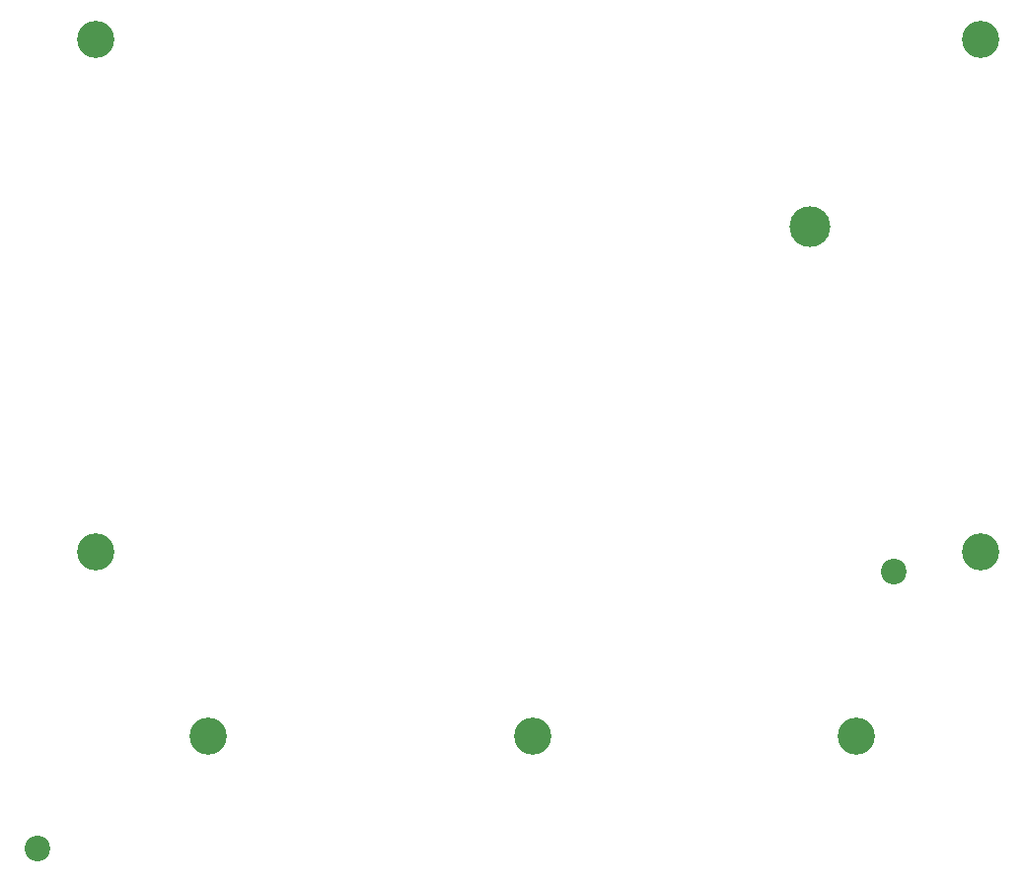
<source format=gbr>
%TF.GenerationSoftware,KiCad,Pcbnew,9.0.3*%
%TF.CreationDate,2025-08-16T14:39:42+02:00*%
%TF.ProjectId,pico-gps-spedometer,7069636f-2d67-4707-932d-737065646f6d,rev?*%
%TF.SameCoordinates,Original*%
%TF.FileFunction,NonPlated,1,2,NPTH,Drill*%
%TF.FilePolarity,Positive*%
%FSLAX46Y46*%
G04 Gerber Fmt 4.6, Leading zero omitted, Abs format (unit mm)*
G04 Created by KiCad (PCBNEW 9.0.3) date 2025-08-16 14:39:42*
%MOMM*%
%LPD*%
G01*
G04 APERTURE LIST*
%TA.AperFunction,ComponentDrill*%
%ADD10C,2.200000*%
%TD*%
%TA.AperFunction,ComponentDrill*%
%ADD11C,3.200000*%
%TD*%
%TA.AperFunction,ComponentDrill*%
%ADD12C,3.500000*%
%TD*%
G04 APERTURE END LIST*
D10*
%TO.C,REF\u002A\u002A*%
X57000000Y-96000000D03*
X130500000Y-72250000D03*
D11*
X62000000Y-26500000D03*
X62000000Y-70500000D03*
%TO.C,BT1*%
X71695000Y-86402500D03*
%TO.C,*%
X99500000Y-86402500D03*
%TO.C,BT1*%
X127305000Y-86402500D03*
%TO.C,REF\u002A\u002A*%
X138000000Y-26500000D03*
X138000000Y-70500000D03*
D12*
%TO.C,U3*%
X123345000Y-42562500D03*
M02*

</source>
